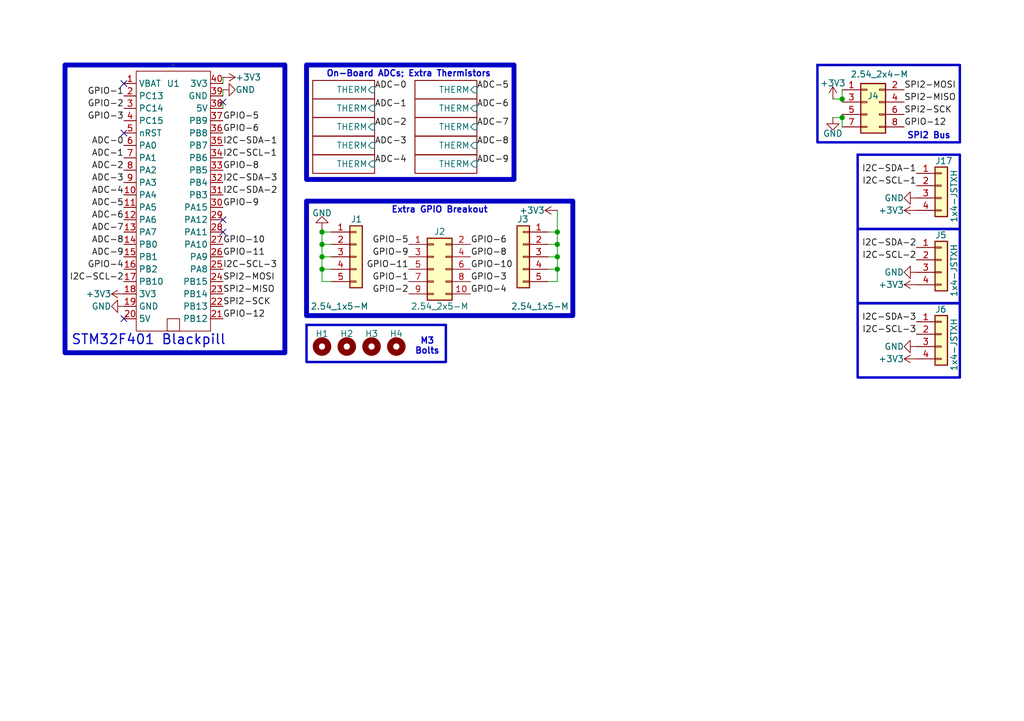
<source format=kicad_sch>
(kicad_sch (version 20231120) (generator "eeschema") (generator_version "8.0")
  (paper "A5")
  (lib_symbols
    (symbol "Connector_Generic:Conn_01x04" (pin_names (offset 1.016) hide)
      (property "Reference" "J" (at 0 5.08 0))
      (property "Value" "Conn_01x04" (at 0 -7.62 0))
      (symbol "Conn_01x04_1_1"
        (rectangle (start -1.27 -4.953) (end 0 -5.207) (stroke (width 0.1524)))
        (rectangle (start -1.27 -2.413) (end 0 -2.667) (stroke (width 0.1524)))
        (rectangle (start -1.27 0.127) (end 0 -0.127) (stroke (width 0.1524)))
        (rectangle (start -1.27 2.667) (end 0 2.413) (stroke (width 0.1524)))
        (rectangle (start -1.27 3.81) (end 1.27 -6.35) (stroke (width 0.254)) (fill (type background)))
        (pin passive line (at -5.08 2.54 0) (length 3.81) (name "Pin_1") (number "1"))
        (pin passive line (at -5.08 0 0) (length 3.81) (name "Pin_2") (number "2"))
        (pin passive line (at -5.08 -2.54 0) (length 3.81) (name "Pin_3") (number "3"))
        (pin passive line (at -5.08 -5.08 0) (length 3.81) (name "Pin_4") (number "4"))
      )
    )
    (symbol "Connector_Generic:Conn_01x05" (pin_names (offset 1.016) hide)
      (property "Reference" "J" (at 0 7.62 0))
      (property "Value" "Conn_01x05" (at 0 -7.62 0))
      (symbol "Conn_01x05_1_1"
        (rectangle (start -1.27 -4.953) (end 0 -5.207) (stroke (width 0.1524)))
        (rectangle (start -1.27 -2.413) (end 0 -2.667) (stroke (width 0.1524)))
        (rectangle (start -1.27 0.127) (end 0 -0.127) (stroke (width 0.1524)))
        (rectangle (start -1.27 2.667) (end 0 2.413) (stroke (width 0.1524)))
        (rectangle (start -1.27 5.207) (end 0 4.953) (stroke (width 0.1524)))
        (rectangle (start -1.27 6.35) (end 1.27 -6.35) (stroke (width 0.254)) (fill (type background)))
        (pin passive line (at -5.08 5.08 0) (length 3.81) (name "Pin_1") (number "1"))
        (pin passive line (at -5.08 2.54 0) (length 3.81) (name "Pin_2") (number "2"))
        (pin passive line (at -5.08 0 0) (length 3.81) (name "Pin_3") (number "3"))
        (pin passive line (at -5.08 -2.54 0) (length 3.81) (name "Pin_4") (number "4"))
        (pin passive line (at -5.08 -5.08 0) (length 3.81) (name "Pin_5") (number "5"))
      )
    )
    (symbol "Connector_Generic:Conn_02x04_Odd_Even" (pin_names (offset 1.016) hide)
      (property "Reference" "J" (at 1.27 5.08 0))
      (property "Value" "Conn_02x04_Odd_Even" (at 1.27 -7.62 0))
      (symbol "Conn_02x04_Odd_Even_1_1"
        (rectangle (start -1.27 -4.953) (end 0 -5.207) (stroke (width 0.1524)))
        (rectangle (start -1.27 -2.413) (end 0 -2.667) (stroke (width 0.1524)))
        (rectangle (start -1.27 0.127) (end 0 -0.127) (stroke (width 0.1524)))
        (rectangle (start -1.27 2.667) (end 0 2.413) (stroke (width 0.1524)))
        (rectangle (start -1.27 3.81) (end 3.81 -6.35) (stroke (width 0.254)) (fill (type background)))
        (rectangle (start 3.81 -4.953) (end 2.54 -5.207) (stroke (width 0.1524)))
        (rectangle (start 3.81 -2.413) (end 2.54 -2.667) (stroke (width 0.1524)))
        (rectangle (start 3.81 0.127) (end 2.54 -0.127) (stroke (width 0.1524)))
        (rectangle (start 3.81 2.667) (end 2.54 2.413) (stroke (width 0.1524)))
        (pin passive line (at -5.08 2.54 0) (length 3.81) (name "Pin_1") (number "1"))
        (pin passive line (at 7.62 2.54 180) (length 3.81) (name "Pin_2") (number "2"))
        (pin passive line (at -5.08 0 0) (length 3.81) (name "Pin_3") (number "3"))
        (pin passive line (at 7.62 0 180) (length 3.81) (name "Pin_4") (number "4"))
        (pin passive line (at -5.08 -2.54 0) (length 3.81) (name "Pin_5") (number "5"))
        (pin passive line (at 7.62 -2.54 180) (length 3.81) (name "Pin_6") (number "6"))
        (pin passive line (at -5.08 -5.08 0) (length 3.81) (name "Pin_7") (number "7"))
        (pin passive line (at 7.62 -5.08 180) (length 3.81) (name "Pin_8") (number "8"))
      )
    )
    (symbol "Connector_Generic:Conn_02x05_Odd_Even" (pin_names (offset 1.016) hide)
      (property "Reference" "J" (at 1.27 7.62 0))
      (property "Value" "Conn_02x05_Odd_Even" (at 1.27 -7.62 0))
      (symbol "Conn_02x05_Odd_Even_1_1"
        (rectangle (start -1.27 -4.953) (end 0 -5.207) (stroke (width 0.1524)))
        (rectangle (start -1.27 -2.413) (end 0 -2.667) (stroke (width 0.1524)))
        (rectangle (start -1.27 0.127) (end 0 -0.127) (stroke (width 0.1524)))
        (rectangle (start -1.27 2.667) (end 0 2.413) (stroke (width 0.1524)))
        (rectangle (start -1.27 5.207) (end 0 4.953) (stroke (width 0.1524)))
        (rectangle (start -1.27 6.35) (end 3.81 -6.35) (stroke (width 0.254)) (fill (type background)))
        (rectangle (start 3.81 -4.953) (end 2.54 -5.207) (stroke (width 0.1524)))
        (rectangle (start 3.81 -2.413) (end 2.54 -2.667) (stroke (width 0.1524)))
        (rectangle (start 3.81 0.127) (end 2.54 -0.127) (stroke (width 0.1524)))
        (rectangle (start 3.81 2.667) (end 2.54 2.413) (stroke (width 0.1524)))
        (rectangle (start 3.81 5.207) (end 2.54 4.953) (stroke (width 0.1524)))
        (pin passive line (at -5.08 5.08 0) (length 3.81) (name "Pin_1") (number "1"))
        (pin passive line (at 7.62 -5.08 180) (length 3.81) (name "Pin_10") (number "10"))
        (pin passive line (at 7.62 5.08 180) (length 3.81) (name "Pin_2") (number "2"))
        (pin passive line (at -5.08 2.54 0) (length 3.81) (name "Pin_3") (number "3"))
        (pin passive line (at 7.62 2.54 180) (length 3.81) (name "Pin_4") (number "4"))
        (pin passive line (at -5.08 0 0) (length 3.81) (name "Pin_5") (number "5"))
        (pin passive line (at 7.62 0 180) (length 3.81) (name "Pin_6") (number "6"))
        (pin passive line (at -5.08 -2.54 0) (length 3.81) (name "Pin_7") (number "7"))
        (pin passive line (at 7.62 -2.54 180) (length 3.81) (name "Pin_8") (number "8"))
        (pin passive line (at -5.08 -5.08 0) (length 3.81) (name "Pin_9") (number "9"))
      )
    )
    (symbol "CustomSymbols:STM32F401_Black_Pill"
      (property "Reference" "U1" (at 10.16 -7.62 0))
      (property "Value" "~" (at 0 0 0))
      (symbol "STM32F401_Black_Pill_0_1"
        (rectangle (start 2.54 -2.54) (end 17.78 -55.88))
      )
      (symbol "STM32F401_Black_Pill_1_1"
        (rectangle (start 8.89 -53.34) (end 11.43 -55.88))
        (pin input line (at 0 -5.08 0) (length 2.54) (name "VBAT") (number "1"))
        (pin input line (at 0 -27.94 0) (length 2.54) (name "PA4") (number "10"))
        (pin input line (at 0 -30.48 0) (length 2.54) (name "PA5") (number "11"))
        (pin input line (at 0 -33.02 0) (length 2.54) (name "PA6") (number "12"))
        (pin input line (at 0 -35.56 0) (length 2.54) (name "PA7") (number "13"))
        (pin input line (at 0 -38.1 0) (length 2.54) (name "PB0") (number "14"))
        (pin input line (at 0 -40.64 0) (length 2.54) (name "PB1") (number "15"))
        (pin input line (at 0 -43.18 0) (length 2.54) (name "PB2") (number "16"))
        (pin input line (at 0 -45.72 0) (length 2.54) (name "PB10") (number "17"))
        (pin input line (at 0 -48.26 0) (length 2.54) (name "3V3") (number "18"))
        (pin input line (at 0 -50.8 0) (length 2.54) (name "GND") (number "19"))
        (pin input line (at 0 -7.62 0) (length 2.54) (name "PC13") (number "2"))
        (pin input line (at 0 -53.34 0) (length 2.54) (name "5V") (number "20"))
        (pin input line (at 20.32 -53.34 180) (length 2.54) (name "PB12") (number "21"))
        (pin input line (at 20.32 -50.8 180) (length 2.54) (name "PB13") (number "22"))
        (pin input line (at 20.32 -48.26 180) (length 2.54) (name "PB14") (number "23"))
        (pin input line (at 20.32 -45.72 180) (length 2.54) (name "PB15") (number "24"))
        (pin input line (at 20.32 -43.18 180) (length 2.54) (name "PA8") (number "25"))
        (pin input line (at 20.32 -40.64 180) (length 2.54) (name "PA9") (number "26"))
        (pin input line (at 20.32 -38.1 180) (length 2.54) (name "PA10") (number "27"))
        (pin input line (at 20.32 -35.56 180) (length 2.54) (name "PA11") (number "28"))
        (pin input line (at 20.32 -33.02 180) (length 2.54) (name "PA12") (number "29"))
        (pin input line (at 0 -10.16 0) (length 2.54) (name "PC14") (number "3"))
        (pin input line (at 20.32 -30.48 180) (length 2.54) (name "PA15") (number "30"))
        (pin input line (at 20.32 -27.94 180) (length 2.54) (name "PB3") (number "31"))
        (pin input line (at 20.32 -25.4 180) (length 2.54) (name "PB4") (number "32"))
        (pin input line (at 20.32 -22.86 180) (length 2.54) (name "PB5") (number "33"))
        (pin input line (at 20.32 -20.32 180) (length 2.54) (name "PB6") (number "34"))
        (pin input line (at 20.32 -17.78 180) (length 2.54) (name "PB7") (number "35"))
        (pin input line (at 20.32 -15.24 180) (length 2.54) (name "PB8") (number "36"))
        (pin input line (at 20.32 -12.7 180) (length 2.54) (name "PB9") (number "37"))
        (pin input line (at 20.32 -10.16 180) (length 2.54) (name "5V") (number "38"))
        (pin input line (at 20.32 -7.62 180) (length 2.54) (name "GND") (number "39"))
        (pin input line (at 0 -12.7 0) (length 2.54) (name "PC15") (number "4"))
        (pin input line (at 20.32 -5.08 180) (length 2.54) (name "3V3") (number "40"))
        (pin input line (at 0 -15.24 0) (length 2.54) (name "nRST") (number "5"))
        (pin input line (at 0 -17.78 0) (length 2.54) (name "PA0") (number "6"))
        (pin input line (at 0 -20.32 0) (length 2.54) (name "PA1") (number "7"))
        (pin input line (at 0 -22.86 0) (length 2.54) (name "PA2") (number "8"))
        (pin input line (at 0 -25.4 0) (length 2.54) (name "PA3") (number "9"))
      )
    )
    (symbol "Mechanical:MountingHole" (pin_names (offset 1.016)) (exclude_from_sim yes) (in_bom no)
      (property "Reference" "H" (at 0 5.08 0))
      (property "Value" "MountingHole" (at 0 3.175 0))
      (symbol "MountingHole_0_1"
        (circle (center 0 0) (radius 1.27) (stroke (width 1.27)))
      )
    )
    (symbol "power:+3V3" (power) (pin_numbers hide) (pin_names (offset 0) hide)
      (property "Value" "+3V3" (at 0 3.556 0))
      (symbol "+3V3_0_1"
        (polyline (pts (xy -0.762 1.27) (xy 0 2.54)))
        (polyline (pts (xy 0 0) (xy 0 2.54)))
        (polyline (pts (xy 0 2.54) (xy 0.762 1.27)))
      )
      (symbol "+3V3_1_1"
        (pin power_in line (at 0 0 90) (length 0) (name "~") (number "1"))
      )
    )
    (symbol "power:GND" (power) (pin_numbers hide) (pin_names (offset 0) hide)
      (property "Value" "GND" (at 0 -3.81 0))
      (symbol "GND_0_1"
        (polyline (pts (xy 0 0) (xy 0 -1.27) (xy 1.27 -1.27) (xy 0 -2.54) (xy -1.27 -1.27) (xy 0 -1.27)))
      )
      (symbol "GND_1_1"
        (pin power_in line (at 0 0 270) (length 0) (name "~") (number "1"))
      )
    )
  )
  (junction (at 66.04 47.625))
  (junction (at 172.72 20.32))
  (junction (at 114.3 52.705))
  (junction (at 114.3 50.165))
  (junction (at 114.3 47.625))
  (junction (at 114.3 55.245))
  (junction (at 66.04 55.245))
  (junction (at 66.04 52.705))
  (junction (at 172.72 24.13))
  (junction (at 66.04 50.165))
  (no_connect (at 25.4 27.305))
  (no_connect (at 45.72 20.955))
  (no_connect (at 25.4 65.405))
  (no_connect (at 45.72 47.625))
  (no_connect (at 25.4 17.145))
  (no_connect (at 45.72 45.085))
  (wire (pts (xy 45.72 15.875) (xy 45.72 17.145)))
  (wire (pts (xy 66.04 47.625) (xy 67.945 47.625)))
  (wire (pts (xy 114.3 55.245) (xy 114.3 57.785)))
  (wire (pts (xy 67.945 50.165) (xy 66.04 50.165)))
  (wire (pts (xy 114.3 52.705) (xy 114.3 55.245)))
  (wire (pts (xy 114.3 52.705) (xy 112.395 52.705)))
  (wire (pts (xy 114.3 43.18) (xy 114.3 47.625)))
  (wire (pts (xy 66.04 55.245) (xy 66.04 57.785)))
  (wire (pts (xy 66.04 52.705) (xy 66.04 55.245)))
  (wire (pts (xy 170.815 24.13) (xy 172.72 24.13)))
  (wire (pts (xy 66.04 47.625) (xy 66.04 50.165)))
  (wire (pts (xy 114.3 55.245) (xy 112.395 55.245)))
  (wire (pts (xy 66.04 52.705) (xy 67.945 52.705)))
  (wire (pts (xy 66.04 55.245) (xy 67.945 55.245)))
  (wire (pts (xy 114.3 47.625) (xy 114.3 50.165)))
  (wire (pts (xy 114.3 47.625) (xy 112.395 47.625)))
  (wire (pts (xy 172.72 18.415) (xy 172.72 20.32)))
  (wire (pts (xy 172.72 20.32) (xy 172.72 20.955)))
  (wire (pts (xy 66.04 46.99) (xy 66.04 47.625)))
  (wire (pts (xy 170.815 20.32) (xy 172.72 20.32)))
  (wire (pts (xy 45.72 18.415) (xy 45.72 19.685)))
  (wire (pts (xy 45.72 20.955) (xy 45.72 22.225)))
  (wire (pts (xy 114.3 50.165) (xy 114.3 52.705)))
  (wire (pts (xy 112.395 50.165) (xy 114.3 50.165)))
  (wire (pts (xy 66.04 57.785) (xy 67.945 57.785)))
  (wire (pts (xy 172.72 23.495) (xy 172.72 24.13)))
  (wire (pts (xy 172.72 24.13) (xy 172.72 26.035)))
  (wire (pts (xy 114.3 57.785) (xy 112.395 57.785)))
  (wire (pts (xy 66.04 50.165) (xy 66.04 52.705)))
  (rectangle (start 62.865 41.275) (end 117.475 64.77) (stroke (width 1)))
  (rectangle (start 13.335 13.335) (end 58.42 72.39) (stroke (width 1)))
  (rectangle (start 62.865 13.335) (end 105.41 36.83) (stroke (width 1)))
  (rectangle (start 175.895 46.99) (end 196.85 62.23) (stroke (width 0.5)))
  (rectangle (start 167.64 13.335) (end 196.85 29.21) (stroke (width 0.5)))
  (rectangle (start 175.895 31.75) (end 196.85 46.99) (stroke (width 0.5)))
  (rectangle (start 62.865 66.675) (end 91.44 74.295) (stroke (width 0.5)))
  (rectangle (start 175.895 62.23) (end 196.85 77.47) (stroke (width 0.5)))
  (text "M3\nBolts" (at 87.63 71.12 0) (effects (font (size 1.27 1.27) (thickness 0.254) (bold yes))))
  (text "SPI2 Bus" (at 190.5 27.94 0) (effects (font (size 1.27 1.27) (thickness 0.254) (bold yes))))
  (text "STM32F401 Blackpill" (at 30.48 69.85 0) (effects (font (size 2 2) (thickness 0.254) (bold yes))))
  (text "Extra GPIO Breakout" (at 90.17 43.18 0) (effects (font (size 1.27 1.27) (thickness 0.254) (bold yes))))
  (text "On-Board ADCs; Extra Thermistors" (at 83.82 15.24 0) (effects (font (size 1.27 1.27) (thickness 0.254) (bold yes))))
  (label "I2C-SCL-3" (at 187.96 68.58 180))
  (label "I2C-SDA-3" (at 187.96 66.04 180))
  (label "SPI2-MISO" (at 185.42 20.955 0))
  (label "ADC-1" (at 25.4 32.385 180))
  (label "GPIO-2" (at 83.82 60.325 180))
  (label "I2C-SCL-2" (at 187.96 53.34 180))
  (label "ADC-8" (at 97.79 29.845 0))
  (label "I2C-SDA-2" (at 187.96 50.8 180))
  (label "GPIO-11" (at 45.72 52.705 0))
  (label "SPI2-MOSI" (at 45.72 57.785 0))
  (label "GPIO-5" (at 45.72 24.765 0))
  (label "ADC-6" (at 25.4 45.085 180))
  (label "GPIO-12" (at 45.72 65.405 0))
  (label "GPIO-4" (at 96.52 60.325 0))
  (label "I2C-SDA-1" (at 187.96 35.56 180))
  (label "SPI2-SCK" (at 45.72 62.865 0))
  (label "ADC-1" (at 76.835 22.225 0))
  (label "I2C-SCL-1" (at 45.72 32.385 0))
  (label "SPI2-SCK" (at 185.42 23.495 0))
  (label "ADC-4" (at 25.4 40.005 180))
  (label "I2C-SCL-3" (at 45.72 55.245 0))
  (label "ADC-2" (at 25.4 34.925 180))
  (label "GPIO-6" (at 45.72 27.305 0))
  (label "ADC-5" (at 97.79 18.415 0))
  (label "SPI2-MISO" (at 45.72 60.325 0))
  (label "ADC-9" (at 25.4 52.705 180))
  (label "GPIO-9" (at 45.72 42.545 0))
  (label "GPIO-3" (at 25.4 24.765 180))
  (label "GPIO-1" (at 83.82 57.785 180))
  (label "ADC-8" (at 25.4 50.165 180))
  (label "GPIO-5" (at 83.82 50.165 180))
  (label "I2C-SCL-1" (at 187.96 38.1 180))
  (label "GPIO-6" (at 96.52 50.165 0))
  (label "GPIO-2" (at 25.4 22.225 180))
  (label "GPIO-12" (at 185.42 26.035 0))
  (label "GPIO-4" (at 25.4 55.245 180))
  (label "ADC-7" (at 25.4 47.625 180))
  (label "GPIO-11" (at 83.82 55.245 180))
  (label "GPIO-3" (at 96.52 57.785 0))
  (label "I2C-SCL-2" (at 25.4 57.785 180))
  (label "GPIO-8" (at 45.72 34.925 0))
  (label "I2C-SDA-3" (at 45.72 37.465 0))
  (label "GPIO-1" (at 25.4 19.685 180))
  (label "I2C-SDA-2" (at 45.72 40.005 0))
  (label "ADC-3" (at 25.4 37.465 180))
  (label "ADC-4" (at 76.835 33.655 0))
  (label "ADC-6" (at 97.79 22.225 0))
  (label "ADC-0" (at 25.4 29.845 180))
  (label "SPI2-MOSI" (at 185.42 18.415 0))
  (label "GPIO-10" (at 96.52 55.245 0))
  (label "GPIO-8" (at 96.52 52.705 0))
  (label "ADC-9" (at 97.79 33.655 0))
  (label "ADC-7" (at 97.79 26.035 0))
  (label "ADC-5" (at 25.4 42.545 180))
  (label "I2C-SDA-1" (at 45.72 29.845 0))
  (label "ADC-3" (at 76.835 29.845 0))
  (label "ADC-2" (at 76.835 26.035 0))
  (label "GPIO-10" (at 45.72 50.165 0))
  (label "ADC-0" (at 76.835 18.415 0))
  (label "GPIO-9" (at 83.82 52.705 180))
  (symbol (lib_id "power:GND") (at 25.4 62.865 270) (mirror x) (unit 1)
    (property "Reference" "#PWR03" (effects (hide yes)))
    (property "Value" "GND" (at 22.86 62.865 90) (effects (justify right)))
    (property "Description" "Power symbol creates a global label with name \"GND\" , ground" (effects (hide yes)))
  )
  (symbol (lib_id "Connector_Generic:Conn_01x04") (at 193.04 38.1 0) (unit 1)
    (property "Reference" "J17" (at 191.77 33.02 0) (effects (justify left)))
    (property "Value" "1x4-JSTXH" (at 194.945 45.72 90) (effects (justify left top)))
    (property "Footprint" "Connector_JST:JST_XH_B4B-XH-A_1x04_P2.50mm_Vertical" (effects (hide yes)))
    (property "Description" "Generic connector, single row, 01x04, script generated (kicad-library-utils/schlib/autogen/connector/)" (effects (hide yes)))
    (property "LCSC" "C144395" (effects (hide yes)))
  )
  (symbol (lib_id "power:+3V3") (at 170.815 20.32 0) (unit 1)
    (property "Reference" "#PWR012" (effects (hide yes)))
    (property "Value" "+3V3" (at 170.815 17.78 0) (effects (justify bottom)))
    (property "Description" "Power symbol creates a global label with name \"+3V3\"" (effects (hide yes)))
  )
  (symbol (lib_id "power:GND") (at 170.815 24.13 0) (unit 1)
    (property "Reference" "#PWR024" (effects (hide yes)))
    (property "Value" "GND" (at 170.815 26.67 0) (effects (justify top)))
    (property "Description" "Power symbol creates a global label with name \"GND\" , ground" (effects (hide yes)))
  )
  (symbol (lib_id "Connector_Generic:Conn_02x04_Odd_Even") (at 177.8 20.955 0) (unit 1)
    (property "Reference" "J4" (at 179.07 19.685 0))
    (property "Value" "2.54_2x4-M" (at 180.34 15.24 0))
    (property "Footprint" "Connector_PinHeader_2.54mm:PinHeader_2x04_P2.54mm_Vertical" (effects (hide yes)))
    (property "Description" "Generic connector, double row, 02x04, odd/even pin numbering scheme (row 1 odd numbers, row 2 even numbers), script generated (kicad-library-utils/schlib/autogen/connector/)" (effects (hide yes)))
  )
  (symbol (lib_id "power:GND") (at 187.96 55.88 270) (unit 1)
    (property "Reference" "#PWR011" (effects (hide yes)))
    (property "Value" "GND" (at 185.42 55.88 90) (effects (justify right)))
  )
  (symbol (lib_id "Mechanical:MountingHole") (at 66.04 71.12 0) (unit 1) (exclude_from_sim yes) (in_bom no)
    (property "Reference" "H1" (at 66.04 69.215 0) (effects (justify bottom)))
    (property "Value" "M3 Mounting Hole" (effects (hide yes)))
    (property "Footprint" "CustomFootprints:M3 Mounting Hole ~ Classic" (effects (hide yes)))
    (property "Description" "Mounting Hole without connection" (effects (hide yes)))
  )
  (symbol (lib_id "Connector_Generic:Conn_01x05") (at 107.315 52.705 0) (mirror y) (unit 1)
    (property "Reference" "J3" (at 106.045 45.72 0) (effects (justify right bottom)))
    (property "Value" "2.54_1x5-M" (at 104.775 62.865 0) (effects (justify right)))
    (property "Footprint" "Connector_PinHeader_2.54mm:PinHeader_1x05_P2.54mm_Vertical" (effects (hide yes)))
    (property "Description" "Generic connector, single row, 01x05, script generated (kicad-library-utils/schlib/autogen/connector/)" (effects (hide yes)))
  )
  (symbol (lib_id "CustomSymbols:STM32F401_Black_Pill") (at 25.4 12.065 0) (unit 1)
    (property "Reference" "U1" (at 35.56 17.145 0))
    (property "Value" "~" (at 35.56 13.335 0))
    (property "Footprint" "CustomFootprints:Socketed MCU - STM32 BlackPill" (effects (hide yes)))
  )
  (symbol (lib_id "Connector_Generic:Conn_01x04") (at 193.04 68.58 0) (unit 1)
    (property "Reference" "J6" (at 191.77 63.5 0) (effects (justify left)))
    (property "Value" "1x4-JSTXH" (at 194.945 76.2 90) (effects (justify left top)))
    (property "Footprint" "Connector_JST:JST_XH_B4B-XH-A_1x04_P2.50mm_Vertical" (effects (hide yes)))
    (property "Description" "Generic connector, single row, 01x04, script generated (kicad-library-utils/schlib/autogen/connector/)" (effects (hide yes)))
    (property "LCSC" "C144395" (effects (hide yes)))
  )
  (symbol (lib_id "power:+3V3") (at 187.96 43.18 90) (unit 1)
    (property "Reference" "#PWR010" (effects (hide yes)))
    (property "Value" "+3V3" (at 185.42 43.18 90) (effects (justify left)))
    (property "Description" "Power symbol creates a global label with name \"+3V3\"" (effects (hide yes)))
  )
  (symbol (lib_id "Connector_Generic:Conn_02x05_Odd_Even") (at 88.9 55.245 0) (unit 1)
    (property "Reference" "J2" (at 90.17 48.26 0) (effects (justify bottom)))
    (property "Value" "2.54_2x5-M" (at 90.17 62.865 0))
    (property "Footprint" "Connector_PinHeader_2.54mm:PinHeader_2x05_P2.54mm_Vertical" (effects (hide yes)))
    (property "Description" "Generic connector, double row, 02x05, odd/even pin numbering scheme (row 1 odd numbers, row 2 even numbers), script generated (kicad-library-utils/schlib/autogen/connector/)" (effects (hide yes)))
  )
  (symbol (lib_id "Connector_Generic:Conn_01x04") (at 193.04 53.34 0) (unit 1)
    (property "Reference" "J5" (at 191.77 48.26 0) (effects (justify left)))
    (property "Value" "1x4-JSTXH" (at 194.945 60.96 90) (effects (justify left top)))
    (property "Footprint" "Connector_JST:JST_XH_B4B-XH-A_1x04_P2.50mm_Vertical" (effects (hide yes)))
    (property "Description" "Generic connector, single row, 01x04, script generated (kicad-library-utils/schlib/autogen/connector/)" (effects (hide yes)))
    (property "LCSC" "C144395" (effects (hide yes)))
  )
  (symbol (lib_id "power:GND") (at 45.72 18.415 90) (unit 1)
    (property "Reference" "#PWR02" (effects (hide yes)))
    (property "Value" "GND" (at 48.26 18.415 90) (effects (justify right)))
    (property "Description" "Power symbol creates a global label with name \"GND\" , ground" (effects (hide yes)))
  )
  (symbol (lib_id "power:GND") (at 66.04 46.99 180) (unit 1)
    (property "Reference" "#PWR05" (effects (hide yes)))
    (property "Value" "GND" (at 66.04 44.45 0) (effects (justify top)))
    (property "Description" "Power symbol creates a global label with name \"GND\" , ground" (effects (hide yes)))
  )
  (symbol (lib_id "power:GND") (at 187.96 71.12 270) (unit 1)
    (property "Reference" "#PWR07" (effects (hide yes)))
    (property "Value" "GND" (at 185.42 71.12 90) (effects (justify right)))
  )
  (symbol (lib_id "power:+3V3") (at 45.72 15.875 270) (unit 1)
    (property "Reference" "#PWR023" (effects (hide yes)))
    (property "Value" "+3V3" (at 48.26 15.875 90) (effects (justify left)))
    (property "Description" "Power symbol creates a global label with name \"+3V3\"" (effects (hide yes)))
  )
  (symbol (lib_id "power:+3V3") (at 25.4 60.325 90) (unit 1)
    (property "Reference" "#PWR030" (effects (hide yes)))
    (property "Value" "+3V3" (at 22.86 60.325 90) (effects (justify left)))
    (property "Description" "Power symbol creates a global label with name \"+3V3\"" (effects (hide yes)))
  )
  (symbol (lib_id "power:+3V3") (at 187.96 73.66 90) (unit 1)
    (property "Reference" "#PWR06" (effects (hide yes)))
    (property "Value" "+3V3" (at 185.42 73.66 90) (effects (justify left)))
    (property "Description" "Power symbol creates a global label with name \"+3V3\"" (effects (hide yes)))
  )
  (symbol (lib_id "Mechanical:MountingHole") (at 81.28 71.12 0) (unit 1) (exclude_from_sim yes) (in_bom no)
    (property "Reference" "H4" (at 81.28 69.215 0) (effects (justify bottom)))
    (property "Value" "M3 Mounting Hole" (effects (hide yes)))
    (property "Footprint" "CustomFootprints:M3 Mounting Hole ~ Classic" (effects (hide yes)))
    (property "Description" "Mounting Hole without connection" (effects (hide yes)))
  )
  (symbol (lib_id "power:GND") (at 187.96 40.64 270) (unit 1)
    (property "Reference" "#PWR09" (effects (hide yes)))
    (property "Value" "GND" (at 185.42 40.64 90) (effects (justify right)))
  )
  (symbol (lib_id "Mechanical:MountingHole") (at 71.12 71.12 0) (unit 1) (exclude_from_sim yes) (in_bom no)
    (property "Reference" "H2" (at 71.12 69.215 0) (effects (justify bottom)))
    (property "Value" "M3 Mounting Hole" (effects (hide yes)))
    (property "Footprint" "CustomFootprints:M3 Mounting Hole ~ Classic" (effects (hide yes)))
    (property "Description" "Mounting Hole without connection" (effects (hide yes)))
  )
  (symbol (lib_id "power:+3V3") (at 187.96 58.42 90) (unit 1)
    (property "Reference" "#PWR08" (effects (hide yes)))
    (property "Value" "+3V3" (at 185.42 58.42 90) (effects (justify left)))
    (property "Description" "Power symbol creates a global label with name \"+3V3\"" (effects (hide yes)))
  )
  (symbol (lib_id "Mechanical:MountingHole") (at 76.2 71.12 0) (unit 1) (exclude_from_sim yes) (in_bom no)
    (property "Reference" "H3" (at 76.2 69.215 0) (effects (justify bottom)))
    (property "Value" "M3 Mounting Hole" (effects (hide yes)))
    (property "Footprint" "CustomFootprints:M3 Mounting Hole ~ Classic" (effects (hide yes)))
    (property "Description" "Mounting Hole without connection" (effects (hide yes)))
  )
  (symbol (lib_id "Connector_Generic:Conn_01x05") (at 73.025 52.705 0) (unit 1)
    (property "Reference" "J1" (at 74.295 45.72 0) (effects (justify right bottom)))
    (property "Value" "2.54_1x5-M" (at 75.565 62.865 0) (effects (justify right)))
    (property "Footprint" "Connector_PinHeader_2.54mm:PinHeader_1x05_P2.54mm_Vertical" (effects (hide yes)))
    (property "Description" "Generic connector, single row, 01x05, script generated (kicad-library-utils/schlib/autogen/connector/)" (effects (hide yes)))
  )
  (symbol (lib_id "power:+3V3") (at 114.3 43.18 90) (unit 1)
    (property "Reference" "#PWR01" (effects (hide yes)))
    (property "Value" "+3V3" (at 111.76 43.18 90) (effects (justify left)))
    (property "Description" "Power symbol creates a global label with name \"+3V3\"" (effects (hide yes)))
  )
  (sheet (at 85.09 20.32) (size 12.7 3.81) (stroke (width 0.1524))
    (property "Sheetname" "Thermistor13" (effects (hide yes)))
    (property "Sheetfile" "Thermistor.kicad_sch" (effects (hide yes)))
    (pin "THERM" input (at 97.79 22.225 0))
  )
  (sheet (at 85.09 31.75) (size 12.7 3.81) (stroke (width 0.1524))
    (property "Sheetname" "Thermistor16" (effects (hide yes)))
    (property "Sheetfile" "Thermistor.kicad_sch" (effects (hide yes)))
    (pin "THERM" input (at 97.79 33.655 0))
  )
  (sheet (at 85.09 27.94) (size 12.7 3.81) (stroke (width 0.1524))
    (property "Sheetname" "Thermistor15" (effects (hide yes)))
    (property "Sheetfile" "Thermistor.kicad_sch" (effects (hide yes)))
    (pin "THERM" input (at 97.79 29.845 0))
  )
  (sheet (at 85.09 24.13) (size 12.7 3.81) (stroke (width 0.1524))
    (property "Sheetname" "Thermistor14" (effects (hide yes)))
    (property "Sheetfile" "Thermistor.kicad_sch" (effects (hide yes)))
    (pin "THERM" input (at 97.79 26.035 0))
  )
  (sheet (at 64.135 24.13) (size 12.7 3.81) (stroke (width 0.1524))
    (property "Sheetname" "Thermistor13" (effects (hide yes)))
    (property "Sheetfile" "Thermistor.kicad_sch" (effects (hide yes)))
    (pin "THERM" input (at 76.835 26.035 0))
  )
  (sheet (at 64.135 20.32) (size 12.7 3.81) (stroke (width 0.1524))
    (property "Sheetname" "Thermistor13" (effects (hide yes)))
    (property "Sheetfile" "Thermistor.kicad_sch" (effects (hide yes)))
    (pin "THERM" input (at 76.835 22.225 0))
  )
  (sheet (at 64.135 16.51) (size 12.7 3.81) (stroke (width 0.1524))
    (property "Sheetname" "Thermistor12" (effects (hide yes)))
    (property "Sheetfile" "Thermistor.kicad_sch" (effects (hide yes)))
    (pin "THERM" input (at 76.835 18.415 0))
  )
  (sheet (at 64.135 27.94) (size 12.7 3.81) (stroke (width 0.1524))
    (property "Sheetname" "Thermistor13" (effects (hide yes)))
    (property "Sheetfile" "Thermistor.kicad_sch" (effects (hide yes)))
    (pin "THERM" input (at 76.835 29.845 0))
  )
  (sheet (at 64.135 31.75) (size 12.7 3.81) (stroke (width 0.1524))
    (property "Sheetname" "Thermistor13" (effects (hide yes)))
    (property "Sheetfile" "Thermistor.kicad_sch" (effects (hide yes)))
    (pin "THERM" input (at 76.835 33.655 0))
  )
  (sheet (at 85.09 16.51) (size 12.7 3.81) (stroke (width 0.1524))
    (property "Sheetname" "Thermistor13" (effects (hide yes)))
    (property "Sheetfile" "Thermistor.kicad_sch" (effects (hide yes)))
    (pin "THERM" input (at 97.79 18.415 0))
  )
)
</source>
